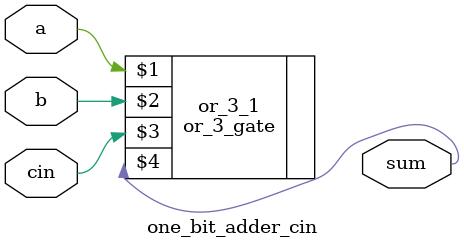
<source format=v>
`timescale 1ns / 1ps
module one_bit_adder_cin(input a, input b, input cin, output sum);

    or_3_gate or_3_1 (a, b, cin, sum);

endmodule
</source>
